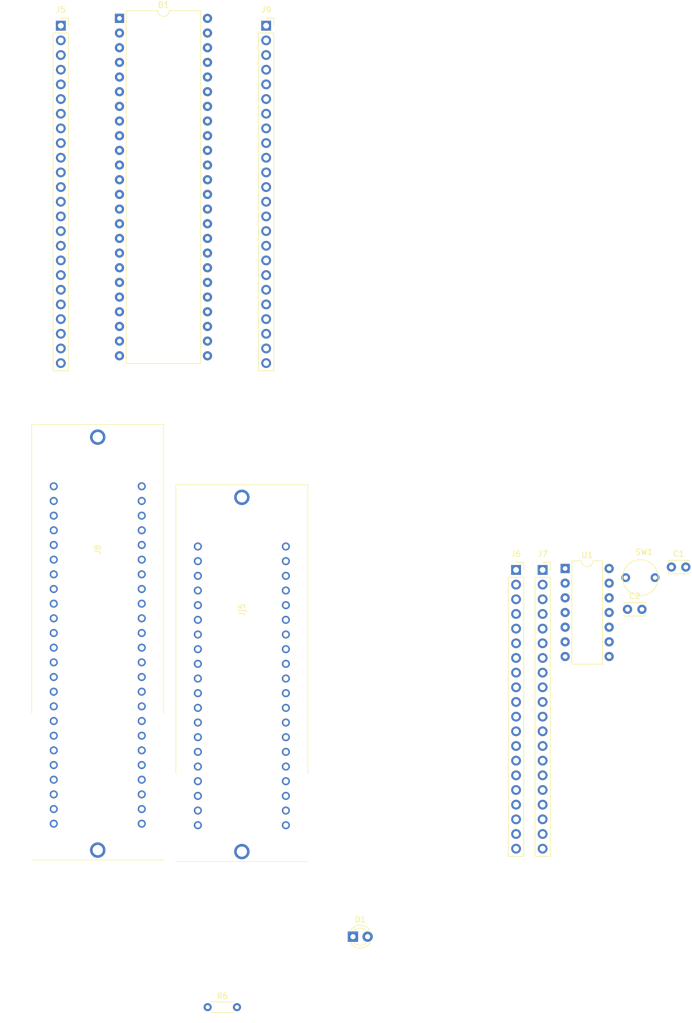
<source format=kicad_pcb>
(kicad_pcb (version 20211014) (generator pcbnew)
  (layers (0 "F.Cu" signal) (31 "B.Cu" signal) (34 "B.Paste" user) (35 "F.Paste" user) (36 "B.SilkS" user "B.Silkscreen") (37 "F.SilkS" user "F.Silkscreen") (38 "B.Mask" user) (39 "F.Mask" user) (44 "Edge.Cuts" user))
  (net 0 "")
  (net 1 "VCC")
  (net 2 "/PTB11")
  (net 3 "/PTB10")
  (net 4 "+3V3")
  (net 5 "/PTB19")
  (net 6 "/PTC2")
  (net 7 "/PTB18")
  (net 8 "/PTC1")
  (net 9 "/PTA16")
  (net 10 "/PTD6")
  (net 11 "/PTA15")
  (net 12 "/PTD5")
  (net 13 "/PTA14")
  (net 14 "/PTB2")
  (net 15 "/PTA5")
  (net 16 "/PTB3")
  (net 17 "/PTE26")
  (net 18 "/PTB1")
  (net 19 "/PTB0")
  (net 20 "/PTC7")
  (net 21 "/PTC0")
  (net 22 "/PTC6")
  (net 23 "/PTD1")
  (net 24 "/PTC4")
  (net 25 "/PTC5")
  (net 26 "/PTC3")
  (net 27 "GND")
  (net 28 "/PTD3")
  (net 29 "/PTD2")
  (net 30 "/PTD4")
  (net 31 "/PTA17")
  (net 32 "/PTD7")
  (net 33 "/PTC11")
  (net 34 "/PTA13")
  (net 35 "/PTC10")
  (net 36 "/PTA12")
  (net 37 "/PTC9")
  (net 38 "/PTD0")
  (net 39 "/PTC8")
  (net 40 "/PTB17")
  (net 41 "/PTE25")
  (net 42 "/PTB16")
  (net 43 "/PTE24")
  (net 44 "Net-(D1-Pad1)")
  (net 45 "Net-(J8-Pad27)")
  (net 46 "Net-(J8-Pad28)")
  (net 47 "Net-(J5-Pad53)")
  (net 48 "Net-(J5-Pad50)")
  (net 49 "Net-(J8-Pad25)")
  (net 50 "Net-(J8-Pad26)")
  (net 51 "Net-(J5-Pad52)")
  (net 52 "Net-(J5-Pad51)")
  (net 53 "Net-(J5-Pad36)")
  (net 54 "Net-(J8-Pad42)")
  (net 55 "Net-(J8-Pad37)")
  (net 56 "Net-(J8-Pad38)")
  (net 57 "Net-(J8-Pad41)")
  (net 58 "Net-(J5-Pad40)")
  (net 59 "Net-(J5-Pad38)")
  (net 60 "Net-(J5-Pad37)")
  (net 61 "Net-(J8-Pad39)")
  (net 62 "Net-(J5-Pad41)")
  (net 63 "Net-(J8-Pad40)")
  (net 64 "Net-(J5-Pad39)")
  (net 65 "Net-(J8-Pad48)")
  (net 66 "Net-(J8-Pad47)")
  (net 67 "Net-(J8-Pad46)")
  (net 68 "Net-(J8-Pad45)")
  (net 69 "Net-(J8-Pad44)")
  (net 70 "Net-(J8-Pad43)")
  (net 71 "Net-(J8-Pad36)")
  (net 72 "Net-(J8-Pad35)")
  (net 73 "Net-(J8-Pad34)")
  (net 74 "Net-(J8-Pad33)")
  (net 75 "Net-(J8-Pad32)")
  (net 76 "Net-(J8-Pad31)")
  (net 77 "Net-(J8-Pad30)")
  (net 78 "Net-(J8-Pad29)")
  (net 79 "Net-(J5-Pad30)")
  (net 80 "Net-(J5-Pad31)")
  (net 81 "Net-(J5-Pad32)")
  (net 82 "Net-(J5-Pad33)")
  (net 83 "Net-(J5-Pad34)")
  (net 84 "Net-(J5-Pad35)")
  (net 85 "Net-(J5-Pad42)")
  (net 86 "Net-(J5-Pad43)")
  (net 87 "Net-(J5-Pad44)")
  (net 88 "Net-(J5-Pad45)")
  (net 89 "Net-(J5-Pad46)")
  (net 90 "Net-(J5-Pad47)")
  (net 91 "Net-(J5-Pad48)")
  (net 92 "Net-(J5-Pad49)")
  (net 93 "Net-(J6-Pad40)")
  (net 94 "Net-(J7-Pad40)")
  (net 95 "Net-(J7-Pad45)")
  (net 96 "Net-(J7-Pad44)")
  (net 97 "Net-(J7-Pad41)")
  (net 98 "Net-(J6-Pad44)")
  (net 99 "Net-(J6-Pad42)")
  (net 100 "Net-(J6-Pad41)")
  (net 101 "Net-(J7-Pad43)")
  (net 102 "Net-(J6-Pad45)")
  (net 103 "Net-(J7-Pad42)")
  (net 104 "Net-(J6-Pad43)")
  (net 105 "Net-(J7-Pad34)")
  (net 106 "Net-(J7-Pad35)")
  (net 107 "Net-(J7-Pad36)")
  (net 108 "Net-(J7-Pad37)")
  (net 109 "Net-(J7-Pad38)")
  (net 110 "Net-(J7-Pad39)")
  (net 111 "Net-(J7-Pad46)")
  (net 112 "Net-(J7-Pad47)")
  (net 113 "Net-(J7-Pad48)")
  (net 114 "Net-(J7-Pad49)")
  (net 115 "Net-(J7-Pad50)")
  (net 116 "Net-(J7-Pad51)")
  (net 117 "Net-(J7-Pad52)")
  (net 118 "Net-(J7-Pad53)")
  (net 119 "Net-(J6-Pad34)")
  (net 120 "Net-(J6-Pad35)")
  (net 121 "Net-(J6-Pad36)")
  (net 122 "Net-(J6-Pad37)")
  (net 123 "Net-(J6-Pad38)")
  (net 124 "Net-(J6-Pad39)")
  (net 125 "Net-(J6-Pad46)")
  (net 126 "Net-(J6-Pad47)")
  (net 127 "Net-(J6-Pad48)")
  (net 128 "Net-(J6-Pad49)")
  (net 129 "Net-(J6-Pad50)")
  (net 130 "Net-(J6-Pad51)")
  (net 131 "Net-(J6-Pad52)")
  (net 132 "Net-(J6-Pad53)")
  (net 133 "Net-(J4-Pad58)")
  (net 134 "Net-(J3-Pad62)")
  (net 135 "Net-(J4-Pad59)")
  (net 136 "Net-(J3-Pad61)")
  (net 137 "Net-(J4-Pad60)")
  (net 138 "Net-(J3-Pad60)")
  (net 139 "Net-(J4-Pad61)")
  (net 140 "Net-(J3-Pad59)")
  (net 141 "Net-(J4-Pad62)")
  (net 142 "Net-(J3-Pad58)")
  (net 143 "Net-(J4-Pad63)")
  (net 144 "Net-(J3-Pad57)")
  (footprint "Package_DIP:DIP-48_W15.24mm" (layer "F.Cu") (at 123.86 2.69)
    (fp_text reference "B1" (at 7.62 -2.33) (layer "F.SilkS"))
    (fp_text value "Teensy3.5")
    (fp_line (start 14.08 59.75) (end 14.08 -1.33) (layer "F.SilkS") (width 0.12))
    (fp_line (start 1.16 -1.33) (end 1.16 59.75) (layer "F.SilkS") (width 0.12))
    (fp_line (start 1.16 59.75) (end 14.08 59.75) (layer "F.SilkS") (width 0.12))
    (fp_line (start 6.62 -1.33) (end 1.16 -1.33) (layer "F.SilkS") (width 0.12))
    (fp_line (start 14.08 -1.33) (end 8.62 -1.33) (layer "F.SilkS") (width 0.12))
    (fp_arc (start 8.62 -1.33) (mid 7.62 -0.33) (end 6.62 -1.33) (layer "F.SilkS") (width 0.12))
    (pad "1" thru_hole rect locked (at 0 0) (size 1.6 1.6) (drill 0.8) (layers *.Cu *.Mask) (net 27 "GND"))
    (pad "2" thru_hole oval locked (at 0 2.54) (size 1.6 1.6) (drill 0.8) (layers *.Cu *.Mask) (net 42 "/PTB16"))
    (pad "3" thru_hole oval locked (at 0 5.08) (size 1.6 1.6) (drill 0.8) (layers *.Cu *.Mask) (net 40 "/PTB17"))
    (pad "4" thru_hole oval locked (at 0 7.62) (size 1.6 1.6) (drill 0.8) (layers *.Cu *.Mask) (net 38 "/PTD0"))
    (pad "5" thru_hole oval locked (at 0 10.16) (size 1.6 1.6) (drill 0.8) (layers *.Cu *.Mask) (net 36 "/PTA12"))
    (pad "6" thru_hole oval locked (at 0 12.7) (size 1.6 1.6) (drill 0.8) (layers *.Cu *.Mask) (net 34 "/PTA13"))
    (pad "7" thru_hole oval locked (at 0 15.24) (size 1.6 1.6) (drill 0.8) (layers *.Cu *.Mask) (net 32 "/PTD7"))
    (pad "8" thru_hole oval locked (at 0 17.78) (size 1.6 1.6) (drill 0.8) (layers *.Cu *.Mask) (net 30 "/PTD4"))
    (pad "9" thru_hole oval locked (at 0 20.32) (size 1.6 1.6) (drill 0.8) (layers *.Cu *.Mask) (net 29 "/PTD2"))
    (pad "10" thru_hole oval locked (at 0 22.86) (size 1.6 1.6) (drill 0.8) (layers *.Cu *.Mask) (net 28 "/PTD3"))
    (pad "11" thru_hole oval locked (at 0 25.4) (size 1.6 1.6) (drill 0.8) (layers *.Cu *.Mask) (net 26 "/PTC3"))
    (pad "12" thru_hole oval locked (at 0 27.94) (size 1.6 1.6) (drill 0.8) (layers *.Cu *.Mask) (net 24 "/PTC4"))
    (pad "13" thru_hole oval locked (at 0 30.48) (size 1.6 1.6) (drill 0.8) (layers *.Cu *.Mask) (net 22 "/PTC6"))
    (pad "14" thru_hole oval locked (at 0 33.02) (size 1.6 1.6) (drill 0.8) (layers *.Cu *.Mask) (net 20 "/PTC7"))
    (pad "15" thru_hole oval locked (at 0 35.56) (size 1.6 1.6) (drill 0.8) (layers *.Cu *.Mask) (net 4 "+3V3"))
    (pad "16" thru_hole oval locked (at 0 38.1) (size 1.6 1.6) (drill 0.8) (layers *.Cu *.Mask) (net 17 "/PTE26"))
    (pad "17" thru_hole oval locked (at 0 40.64) (size 1.6 1.6) (drill 0.8) (layers *.Cu *.Mask) (net 15 "/PTA5"))
    (pad "18" thru_hole oval locked (at 0 43.18) (size 1.6 1.6) (drill 0.8) (layers *.Cu *.Mask) (net 13 "/PTA14"))
    (pad "19" thru_hole oval locked (at 0 45.72) (size 1.6 1.6) (drill 0.8) (layers *.Cu *.Mask) (net 11 "/PTA15"))
    (pad "20" thru_hole oval locked (at 0 48.26) (size 1.6 1.6) (drill 0.8) (layers *.Cu *.Mask) (net 9 "/PTA16"))
    (pad "21" thru_hole oval locked (at 0 50.8) (size 1.6 1.6) (drill 0.8) (layers *.Cu *.Mask) (net 7 "/PTB18"))
    (pad "22" thru_hole oval locked (at 0 53.34) (size 1.6 1.6) (drill 0.8) (layers *.Cu *.Mask) (net 5 "/PTB19"))
    (pad "23" thru_hole oval locked (at 0 55.88) (size 1.6 1.6) (drill 0.8) (layers *.Cu *.Mask) (net 3 "/PTB10"))
    (pad "24" thru_hole oval locked (at 0 58.42) (size 1.6 1.6) (drill 0.8) (layers *.Cu *.Mask) (net 2 "/PTB11"))
    (pad "25" thru_hole oval locked (at 15.24 58.42) (size 1.6 1.6) (drill 0.8) (layers *.Cu *.Mask) (net 43 "/PTE24"))
    (pad "26" thru_hole oval locked (at 15.24 55.88) (size 1.6 1.6) (drill 0.8) (layers *.Cu *.Mask) (net 41 "/PTE25"))
    (pad "27" thru_hole oval locked (at 15.24 53.34) (size 1.6 1.6) (drill 0.8) (layers *.Cu *.Mask) (net 39 "/PTC8"))
    (pad "28" thru_hole oval locked (at 15.24 50.8) (size 1.6 1.6) (drill 0.8) (layers *.Cu *.Mask) (net 37 "/PTC9"))
    (pad "29" thru_hole oval locked (at 15.24 48.26) (size 1.6 1.6) (drill 0.8) (layers *.Cu *.Mask) (net 35 "/PTC10"))
    (pad "30" thru_hole oval locked (at 15.24 45.72) (size 1.6 1.6) (drill 0.8) (layers *.Cu *.Mask) (net 33 "/PTC11"))
    (pad "31" thru_hole oval locked (at 15.24 43.18) (size 1.6 1.6) (drill 0.8) (layers *.Cu *.Mask) (net 31 "/PTA17"))
    (pad "32" thru_hole oval locked (at 15.24 40.64) (size 1.6 1.6) (drill 0.8) (layers *.Cu *.Mask) (net 27 "GND"))
    (pad "33" thru_hole oval locked (at 15.24 38.1) (size 1.6 1.6) (drill 0.8) (layers *.Cu *.Mask))
    (pad "34" thru_hole oval locked (at 15.24 35.56) (size 1.6 1.6) (drill 0.8) (layers *.Cu *.Mask) (net 27 "GND"))
    (pad "35" thru_hole oval locked (at 15.24 33.02) (size 1.6 1.6) (drill 0.8) (layers *.Cu *.Mask) (net 25 "/PTC5"))
    (pad "36" thru_hole oval locked (at 15.24 30.48) (size 1.6 1.6) (drill 0.8) (layers *.Cu *.Mask) (net 23 "/PTD1"))
    (pad "37" thru_hole oval locked (at 15.24 27.94) (size 1.6 1.6) (drill 0.8) (layers *.Cu *.Mask) (net 21 "/PTC0"))
    (pad "38" thru_hole oval locked (at 15.24 25.4) (size 1.6 1.6) (drill 0.8) (layers *.Cu *.Mask) (net 19 "/PTB0"))
    (pad "39" thru_hole oval locked (at 15.24 22.86) (size 1.6 1.6) (drill 0.8) (layers *.Cu *.Mask) (net 18 "/PTB1"))
    (pad "40" thru_hole oval locked (at 15.24 20.32) (size 1.6 1.6) (drill 0.8) (layers *.Cu *.Mask) (net 16 "/PTB3"))
    (pad "41" thru_hole oval locked (at 15.24 17.78) (size 1.6 1.6) (drill 0.8) (layers *.Cu *.Mask) (net 14 "/PTB2"))
    (pad "42" thru_hole oval locked (at 15.24 15.24) (size 1.6 1.6) (drill 0.8) (layers *.Cu *.Mask) (net 12 "/PTD5"))
    (pad "43" thru_hole oval locked (at 15.24 12.7) (size 1.6 1.6) (drill 0.8) (layers *.Cu *.Mask) (net 10 "/PTD6"))
    (pad "44" thru_hole oval locked (at 15.24 10.16) (size 1.6 1.6) (drill 0.8) (layers *.Cu *.Mask) (net 8 "/PTC1"))
    (pad "45" thru_hole oval locked (at 15.24 7.62) (size 1.6 1.6) (drill 0.8) (layers *.Cu *.Mask) (net 6 "/PTC2"))
    (pad "46" thru_hole oval locked (at 15.24 5.08) (size 1.6 1.6) (drill 0.8) (layers *.Cu *.Mask) (net 4 "+3V3"))
    (pad "47" thru_hole oval locked (at 15.24 2.54) (size 1.6 1.6) (drill 0.8) (layers *.Cu *.Mask))
    (pad "48" thru_hole oval locked (at 15.24 0) (size 1.6 1.6) (drill 0.8) (layers *.Cu *.Mask) (net 1 "VCC"))
  )
  (footprint "Capacitor_THT:C_Disc_D3.4mm_W2.1mm_P2.50mm" (layer "F.Cu") (at 219.44 97.69)
    (fp_text reference "C1" (at 1.25 -2.3) (layer "F.SilkS"))
    (fp_text value "0.1u")
    (fp_line (start -0.57 1.17) (end 3.07 1.17) (layer "F.SilkS") (width 0.12))
    (fp_line (start -0.57 -1.17) (end 3.07 -1.17) (layer "F.SilkS") (width 0.12))
    (fp_line (start -0.57 -1.17) (end -0.57 -0.925) (layer "F.SilkS") (width 0.12))
    (fp_line (start 3.07 0.925) (end 3.07 1.17) (layer "F.SilkS") (width 0.12))
    (fp_line (start -0.57 0.925) (end -0.57 1.17) (layer "F.SilkS") (width 0.12))
    (fp_line (start 3.07 -1.17) (end 3.07 -0.925) (layer "F.SilkS") (width 0.12))
    (pad "1" thru_hole circle locked (at 0 0) (size 1.6 1.6) (drill 0.8) (layers *.Cu *.Mask) (net 1 "VCC"))
    (pad "2" thru_hole circle locked (at 2.5 0) (size 1.6 1.6) (drill 0.8) (layers *.Cu *.Mask) (net 27 "GND"))
  )
  (footprint "Capacitor_THT:C_Disc_D3.4mm_W2.1mm_P2.50mm" (layer "F.Cu") (at 211.84 105.01)
    (fp_text reference "C2" (at 1.25 -2.3) (layer "F.SilkS"))
    (fp_text value "0.1u")
    (fp_line (start -0.57 1.17) (end 3.07 1.17) (layer "F.SilkS") (width 0.12))
    (fp_line (start -0.57 0.925) (end -0.57 1.17) (layer "F.SilkS") (width 0.12))
    (fp_line (start -0.57 -1.17) (end -0.57 -0.925) (layer "F.SilkS") (width 0.12))
    (fp_line (start 3.07 0.925) (end 3.07 1.17) (layer "F.SilkS") (width 0.12))
    (fp_line (start -0.57 -1.17) (end 3.07 -1.17) (layer "F.SilkS") (width 0.12))
    (fp_line (start 3.07 -1.17) (end 3.07 -0.925) (layer "F.SilkS") (width 0.12))
    (pad "1" thru_hole circle locked (at 0 0) (size 1.6 1.6) (drill 0.8) (layers *.Cu *.Mask) (net 1 "VCC"))
    (pad "2" thru_hole circle locked (at 2.5 0) (size 1.6 1.6) (drill 0.8) (layers *.Cu *.Mask) (net 27 "GND"))
  )
  (footprint "LED_THT:LED_D3.0mm" (layer "F.Cu") (at 164.29 161.69)
    (fp_text reference "D1" (at 1.27 -2.96) (layer "F.SilkS"))
    (fp_text value "OSYL3131P")
    (fp_line (start -0.29 1.08) (end -0.29 1.236) (layer "F.SilkS") (width 0.12))
    (fp_line (start -0.29 -1.236) (end -0.29 -1.08) (layer "F.SilkS") (width 0.12))
    (fp_arc (start 2.942335 1.078608) (mid 1.366487 1.987659) (end -0.29 1.235516) (layer "F.SilkS") (width 0.12))
    (fp_arc (start -0.29 -1.235516) (mid 1.366487 -1.987659) (end 2.942335 -1.078608) (layer "F.SilkS") (width 0.12))
    (fp_arc (start 2.31113 1.079837) (mid 1.270117 1.5) (end 0.229039 1.08) (layer "F.SilkS") (width 0.12))
    (fp_arc (start 0.229039 -1.08) (mid 1.270117 -1.5) (end 2.31113 -1.079837) (layer "F.SilkS") (width 0.12))
    (pad "1" thru_hole rect locked (at 0 0) (size 1.8 1.8) (drill 0.9) (layers *.Cu *.Mask) (net 44 "Net-(D1-Pad1)"))
    (pad "2" thru_hole circle locked (at 2.54 0) (size 1.8 1.8) (drill 0.9) (layers *.Cu *.Mask) (net 1 "VCC"))
  )
  (footprint "Connector_PinSocket_2.54mm:PinSocket_1x24_P2.54mm_Vertical" (layer "F.Cu") (at 113.7 3.96)
    (fp_text reference "J5" (at 0 -2.77) (layer "F.SilkS"))
    (fp_text value "Conn_01x24_T1-T24_30_53")
    (fp_line (start -1.33 59.75) (end 1.33 59.75) (layer "F.SilkS") (width 0.12))
    (fp_line (start -1.33 1.27) (end -1.33 59.75) (layer "F.SilkS") (width 0.12))
    (fp_line (start 1.33 -1.33) (end 1.33 0) (layer "F.SilkS") (width 0.12))
    (fp_line (start 1.33 1.27) (end 1.33 59.75) (layer "F.SilkS") (width 0.12))
    (fp_line (start -1.33 1.27) (end 1.33 1.27) (layer "F.SilkS") (width 0.12))
    (fp_line (start 0 -1.33) (end 1.33 -1.33) (layer "F.SilkS") (width 0.12))
    (pad "1" thru_hole rect locked (at 0 0) (size 1.7 1.7) (drill 1) (layers *.Cu *.Mask))
    (pad "2" thru_hole oval locked (at 0 2.54) (size 1.7 1.7) (drill 1) (layers *.Cu *.Mask))
    (pad "3" thru_hole oval locked (at 0 5.08) (size 1.7 1.7) (drill 1) (layers *.Cu *.Mask))
    (pad "4" thru_hole oval locked (at 0 7.62) (size 1.7 1.7) (drill 1) (layers *.Cu *.Mask))
    (pad "5" thru_hole oval locked (at 0 10.16) (size 1.7 1.7) (drill 1) (layers *.Cu *.Mask))
    (pad "6" thru_hole oval locked (at 0 12.7) (size 1.7 1.7) (drill 1) (layers *.Cu *.Mask))
    (pad "7" thru_hole oval locked (at 0 15.24) (size 1.7 1.7) (drill 1) (layers *.Cu *.Mask))
    (pad "8" thru_hole oval locked (at 0 17.78) (size 1.7 1.7) (drill 1) (layers *.Cu *.Mask))
    (pad "9" thru_hole oval locked (at 0 20.32) (size 1.7 1.7) (drill 1) (layers *.Cu *.Mask))
    (pad "10" thru_hole oval locked (at 0 22.86) (size 1.7 1.7) (drill 1) (layers *.Cu *.Mask))
    (pad "11" thru_hole oval locked (at 0 25.4) (size 1.7 1.7) (drill 1) (layers *.Cu *.Mask))
    (pad "12" thru_hole oval locked (at 0 27.94) (size 1.7 1.7) (drill 1) (layers *.Cu *.Mask))
    (pad "13" thru_hole oval locked (at 0 30.48) (size 1.7 1.7) (drill 1) (layers *.Cu *.Mask))
    (pad "14" thru_hole oval locked (at 0 33.02) (size 1.7 1.7) (drill 1) (layers *.Cu *.Mask))
    (pad "15" thru_hole oval locked (at 0 35.56) (size 1.7 1.7) (drill 1) (layers *.Cu *.Mask))
    (pad "16" thru_hole oval locked (at 0 38.1) (size 1.7 1.7) (drill 1) (layers *.Cu *.Mask))
    (pad "17" thru_hole oval locked (at 0 40.64) (size 1.7 1.7) (drill 1) (layers *.Cu *.Mask))
    (pad "18" thru_hole oval locked (at 0 43.18) (size 1.7 1.7) (drill 1) (layers *.Cu *.Mask))
    (pad "19" thru_hole oval locked (at 0 45.72) (size 1.7 1.7) (drill 1) (layers *.Cu *.Mask))
    (pad "20" thru_hole oval locked (at 0 48.26) (size 1.7 1.7) (drill 1) (layers *.Cu *.Mask))
    (pad "21" thru_hole oval locked (at 0 50.8) (size 1.7 1.7) (drill 1) (layers *.Cu *.Mask))
    (pad "22" thru_hole oval locked (at 0 53.34) (size 1.7 1.7) (drill 1) (layers *.Cu *.Mask))
    (pad "23" thru_hole oval locked (at 0 55.88) (size 1.7 1.7) (drill 1) (layers *.Cu *.Mask))
    (pad "24" thru_hole oval locked (at 0 58.42) (size 1.7 1.7) (drill 1) (layers *.Cu *.Mask))
  )
  (footprint "Connector_PinSocket_2.54mm:PinSocket_1x20_P2.54mm_Vertical" (layer "F.Cu") (at 192.54 98.19)
    (fp_text reference "J6" (at 0 -2.77) (layer "F.SilkS"))
    (fp_text value "Conn_01x20_T1-T20_34_53")
    (fp_line (start -1.33 1.27) (end 1.33 1.27) (layer "F.SilkS") (width 0.12))
    (fp_line (start 1.33 -1.33) (end 1.33 0) (layer "F.SilkS") (width 0.12))
    (fp_line (start 0 -1.33) (end 1.33 -1.33) (layer "F.SilkS") (width 0.12))
    (fp_line (start -1.33 49.59) (end 1.33 49.59) (layer "F.SilkS") (width 0.12))
    (fp_line (start 1.33 1.27) (end 1.33 49.59) (layer "F.SilkS") (width 0.12))
    (fp_line (start -1.33 1.27) (end -1.33 49.59) (layer "F.SilkS") (width 0.12))
    (pad "1" thru_hole rect locked (at 0 0) (size 1.7 1.7) (drill 1) (layers *.Cu *.Mask))
    (pad "2" thru_hole oval locked (at 0 2.54) (size 1.7 1.7) (drill 1) (layers *.Cu *.Mask))
    (pad "3" thru_hole oval locked (at 0 5.08) (size 1.7 1.7) (drill 1) (layers *.Cu *.Mask))
    (pad "4" thru_hole oval locked (at 0 7.62) (size 1.7 1.7) (drill 1) (layers *.Cu *.Mask))
    (pad "5" thru_hole oval locked (at 0 10.16) (size 1.7 1.7) (drill 1) (layers *.Cu *.Mask))
    (pad "6" thru_hole oval locked (at 0 12.7) (size 1.7 1.7) (drill 1) (layers *.Cu *.Mask))
    (pad "7" thru_hole oval locked (at 0 15.24) (size 1.7 1.7) (drill 1) (layers *.Cu *.Mask))
    (pad "8" thru_hole oval locked (at 0 17.78) (size 1.7 1.7) (drill 1) (layers *.Cu *.Mask))
    (pad "9" thru_hole oval locked (at 0 20.32) (size 1.7 1.7) (drill 1) (layers *.Cu *.Mask))
    (pad "10" thru_hole oval locked (at 0 22.86) (size 1.7 1.7) (drill 1) (layers *.Cu *.Mask))
    (pad "11" thru_hole oval locked (at 0 25.4) (size 1.7 1.7) (drill 1) (layers *.Cu *.Mask))
    (pad "12" thru_hole oval locked (at 0 27.94) (size 1.7 1.7) (drill 1) (layers *.Cu *.Mask))
    (pad "13" thru_hole oval locked (at 0 30.48) (size 1.7 1.7) (drill 1) (layers *.Cu *.Mask))
    (pad "14" thru_hole oval locked (at 0 33.02) (size 1.7 1.7) (drill 1) (layers *.Cu *.Mask))
    (pad "15" thru_hole oval locked (at 0 35.56) (size 1.7 1.7) (drill 1) (layers *.Cu *.Mask))
    (pad "16" thru_hole oval locked (at 0 38.1) (size 1.7 1.7) (drill 1) (layers *.Cu *.Mask))
    (pad "17" thru_hole oval locked (at 0 40.64) (size 1.7 1.7) (drill 1) (layers *.Cu *.Mask))
    (pad "18" thru_hole oval locked (at 0 43.18) (size 1.7 1.7) (drill 1) (layers *.Cu *.Mask))
    (pad "19" thru_hole oval locked (at 0 45.72) (size 1.7 1.7) (drill 1) (layers *.Cu *.Mask))
    (pad "20" thru_hole oval locked (at 0 48.26) (size 1.7 1.7) (drill 1) (layers *.Cu *.Mask))
  )
  (footprint "Connector_PinSocket_2.54mm:PinSocket_1x20_P2.54mm_Vertical" (layer "F.Cu") (at 197.14 98.19)
    (fp_text reference "J7" (at 0 -2.77) (layer "F.SilkS"))
    (fp_text value "Conn_01x20_T21-T40_34_53")
    (fp_line (start -1.33 1.27) (end 1.33 1.27) (layer "F.SilkS") (width 0.12))
    (fp_line (start -1.33 49.59) (end 1.33 49.59) (layer "F.SilkS") (width 0.12))
    (fp_line (start 1.33 1.27) (end 1.33 49.59) (layer "F.SilkS") (width 0.12))
    (fp_line (start 1.33 -1.33) (end 1.33 0) (layer "F.SilkS") (width 0.12))
    (fp_line (start 0 -1.33) (end 1.33 -1.33) (layer "F.SilkS") (width 0.12))
    (fp_line (start -1.33 1.27) (end -1.33 49.59) (layer "F.SilkS") (width 0.12))
    (pad "1" thru_hole rect locked (at 0 0) (size 1.7 1.7) (drill 1) (layers *.Cu *.Mask))
    (pad "2" thru_hole oval locked (at 0 2.54) (size 1.7 1.7) (drill 1) (layers *.Cu *.Mask))
    (pad "3" thru_hole oval locked (at 0 5.08) (size 1.7 1.7) (drill 1) (layers *.Cu *.Mask))
    (pad "4" thru_hole oval locked (at 0 7.62) (size 1.7 1.7) (drill 1) (layers *.Cu *.Mask))
    (pad "5" thru_hole oval locked (at 0 10.16) (size 1.7 1.7) (drill 1) (layers *.Cu *.Mask))
    (pad "6" thru_hole oval locked (at 0 12.7) (size 1.7 1.7) (drill 1) (layers *.Cu *.Mask))
    (pad "7" thru_hole oval locked (at 0 15.24) (size 1.7 1.7) (drill 1) (layers *.Cu *.Mask))
    (pad "8" thru_hole oval locked (at 0 17.78) (size 1.7 1.7) (drill 1) (layers *.Cu *.Mask))
    (pad "9" thru_hole oval locked (at 0 20.32) (size 1.7 1.7) (drill 1) (layers *.Cu *.Mask))
    (pad "10" thru_hole oval locked (at 0 22.86) (size 1.7 1.7) (drill 1) (layers *.Cu *.Mask))
    (pad "11" thru_hole oval locked (at 0 25.4) (size 1.7 1.7) (drill 1) (layers *.Cu *.Mask))
    (pad "12" thru_hole oval locked (at 0 27.94) (size 1.7 1.7) (drill 1) (layers *.Cu *.Mask))
    (pad "13" thru_hole oval locked (at 0 30.48) (size 1.7 1.7) (drill 1) (layers *.Cu *.Mask))
    (pad "14" thru_hole oval locked (at 0 33.02) (size 1.7 1.7) (drill 1) (layers *.Cu *.Mask))
    (pad "15" thru_hole oval locked (at 0 35.56) (size 1.7 1.7) (drill 1) (layers *.Cu *.Mask))
    (pad "16" thru_hole oval locked (at 0 38.1) (size 1.7 1.7) (drill 1) (layers *.Cu *.Mask))
    (pad "17" thru_hole oval locked (at 0 40.64) (size 1.7 1.7) (drill 1) (layers *.Cu *.Mask))
    (pad "18" thru_hole oval locked (at 0 43.18) (size 1.7 1.7) (drill 1) (layers *.Cu *.Mask))
    (pad "19" thru_hole oval locked (at 0 45.72) (size 1.7 1.7) (drill 1) (layers *.Cu *.Mask))
    (pad "20" thru_hole oval locked (at 0 48.26) (size 1.7 1.7) (drill 1) (layers *.Cu *.Mask))
  )
  (footprint "Connector_PinSocket_2.54mm:PinSocket_1x24_P2.54mm_Vertical" (layer "F.Cu") (at 149.26 3.96)
    (fp_text reference "J9" (at 0 -2.77) (layer "F.SilkS"))
    (fp_text value "Conn_01x24_T25-T48_30_53")
    (fp_line (start -1.33 59.75) (end 1.33 59.75) (layer "F.SilkS") (width 0.12))
    (fp_line (start 1.33 1.27) (end 1.33 59.75) (layer "F.SilkS") (width 0.12))
    (fp_line (start -1.33 1.27) (end 1.33 1.27) (layer "F.SilkS") (width 0.12))
    (fp_line (start 0 -1.33) (end 1.33 -1.33) (layer "F.SilkS") (width 0.12))
    (fp_line (start 1.33 -1.33) (end 1.33 0) (layer "F.SilkS") (width 0.12))
    (fp_line (start -1.33 1.27) (end -1.33 59.75) (layer "F.SilkS") (width 0.12))
    (pad "1" thru_hole rect locked (at 0 0) (size 1.7 1.7) (drill 1) (layers *.Cu *.Mask))
    (pad "2" thru_hole oval locked (at 0 2.54) (size 1.7 1.7) (drill 1) (layers *.Cu *.Mask))
    (pad "3" thru_hole oval locked (at 0 5.08) (size 1.7 1.7) (drill 1) (layers *.Cu *.Mask))
    (pad "4" thru_hole oval locked (at 0 7.62) (size 1.7 1.7) (drill 1) (layers *.Cu *.Mask))
    (pad "5" thru_hole oval locked (at 0 10.16) (size 1.7 1.7) (drill 1) (layers *.Cu *.Mask))
    (pad "6" thru_hole oval locked (at 0 12.7) (size 1.7 1.7) (drill 1) (layers *.Cu *.Mask))
    (pad "7" thru_hole oval locked (at 0 15.24) (size 1.7 1.7) (drill 1) (layers *.Cu *.Mask))
    (pad "8" thru_hole oval locked (at 0 17.78) (size 1.7 1.7) (drill 1) (layers *.Cu *.Mask))
    (pad "9" thru_hole oval locked (at 0 20.32) (size 1.7 1.7) (drill 1) (layers *.Cu *.Mask))
    (pad "10" thru_hole oval locked (at 0 22.86) (size 1.7 1.7) (drill 1) (layers *.Cu *.Mask))
    (pad "11" thru_hole oval locked (at 0 25.4) (size 1.7 1.7) (drill 1) (layers *.Cu *.Mask))
    (pad "12" thru_hole oval locked (at 0 27.94) (size 1.7 1.7) (drill 1) (layers *.Cu *.Mask))
    (pad "13" thru_hole oval locked (at 0 30.48) (size 1.7 1.7) (drill 1) (layers *.Cu *.Mask))
    (pad "14" thru_hole oval locked (at 0 33.02) (size 1.7 1.7) (drill 1) (layers *.Cu *.Mask))
    (pad "15" thru_hole oval locked (at 0 35.56) (size 1.7 1.7) (drill 1) (layers *.Cu *.Mask))
    (pad "16" thru_hole oval locked (at 0 38.1) (size 1.7 1.7) (drill 1) (layers *.Cu *.Mask))
    (pad "17" thru_hole oval locked (at 0 40.64) (size 1.7 1.7) (drill 1) (layers *.Cu *.Mask))
    (pad "18" thru_hole oval locked (at 0 43.18) (size 1.7 1.7) (drill 1) (layers *.Cu *.Mask))
    (pad "19" thru_hole oval locked (at 0 45.72) (size 1.7 1.7) (drill 1) (layers *.Cu *.Mask))
    (pad "20" thru_hole oval locked (at 0 48.26) (size 1.7 1.7) (drill 1) (layers *.Cu *.Mask))
    (pad "21" thru_hole oval locked (at 0 50.8) (size 1.7 1.7) (drill 1) (layers *.Cu *.Mask))
    (pad "22" thru_hole oval locked (at 0 53.34) (size 1.7 1.7) (drill 1) (layers *.Cu *.Mask))
    (pad "23" thru_hole oval locked (at 0 55.88) (size 1.7 1.7) (drill 1) (layers *.Cu *.Mask))
    (pad "24" thru_hole oval locked (at 0 58.42) (size 1.7 1.7) (drill 1) (layers *.Cu *.Mask))
  )
  (footprint "Resistor_THT:R_Axial_DIN0204_L3.6mm_D1.6mm_P5.08mm_Horizontal" (layer "F.Cu") (at 139.13 173.89)
    (fp_text reference "R6" (at 2.54 -1.92) (layer "F.SilkS"))
    (fp_text value "560")
    (fp_line (start 0.62 -0.92) (end 4.46 -0.92) (layer "F.SilkS") (width 0.12))
    (fp_line (start 0.62 0.92) (end 4.46 0.92) (layer "F.SilkS") (width 0.12))
    (pad "1" thru_hole circle locked (at 0 0) (size 1.4 1.4) (drill 0.7) (layers *.Cu *.Mask) (net 44 "Net-(D1-Pad1)"))
    (pad "2" thru_hole oval locked (at 5.08 0) (size 1.4 1.4) (drill 0.7) (layers *.Cu *.Mask) (net 2 "/PTB11"))
  )
  (footprint "0-LocalLibrary:Tact_SW_6x6mm" (layer "F.Cu") (at 214.066999 99.525)
    (fp_text reference "SW1" (at 0.635 -4.445) (layer "F.SilkS"))
    (fp_text value "Tact_SW")
    (fp_circle (center 0 0) (end 3.1 0) (layer "F.SilkS") (width 0.12) (fill none))
    (pad "1" thru_hole circle locked (at -2.54 0) (size 1.524 1.524) (drill 0.762) (layers *.Cu *.Mask) (net 3 "/PTB10"))
    (pad "2" thru_hole circle locked (at 2.54 0) (size 1.524 1.524) (drill 0.762) (layers *.Cu *.Mask) (net 27 "GND"))
  )
  (footprint "Package_DIP:DIP-14_W7.62mm" (layer "F.Cu") (at 201.04 97.94)
    (fp_text reference "U1" (at 3.81 -2.33) (layer "F.SilkS"))
    (fp_text value "74HCT126")
    (fp_line (start 6.46 -1.33) (end 4.81 -1.33) (layer "F.SilkS") (width 0.12))
    (fp_line (start 2.81 -1.33) (end 1.16 -1.33) (layer "F.SilkS") (width 0.12))
    (fp_line (start 1.16 -1.33) (end 1.16 16.57) (layer "F.SilkS") (width 0.12))
    (fp_line (start 6.46 16.57) (end 6.46 -1.33) (layer "F.SilkS") (width 0.12))
    (fp_line (start 1.16 16.57) (end 6.46 16.57) (layer "F.SilkS") (width 0.12))
    (fp_arc (start 4.81 -1.33) (mid 3.81 -0.33) (end 2.81 -1.33) (layer "F.SilkS") (width 0.12))
    (pad "1" thru_hole rect locked (at 0 0) (size 1.6 1.6) (drill 0.8) (layers *.Cu *.Mask) (net 144 "Net-(J3-Pad57)"))
    (pad "2" thru_hole oval locked (at 0 2.54) (size 1.6 1.6) (drill 0.8) (layers *.Cu *.Mask) (net 142 "Net-(J3-Pad58)"))
    (pad "3" thru_hole oval locked (at 0 5.08) (size 1.6 1.6) (drill 0.8) (layers *.Cu *.Mask) (net 140 "Net-(J3-Pad59)"))
    (pad "4" thru_hole oval locked (at 0 7.62) (size 1.6 1.6) (drill 0.8) (layers *.Cu *.Mask) (net 138 "Net-(J3-Pad60)"))
    (pad "5" thru_hole oval locked (at 0 10.16) (size 1.6 1.6) (drill 0.8) (layers *.Cu *.Mask) (net 136 "Net-(J3-Pad61)"))
    (pad "6" thru_hole oval locked (at 0 12.7) (size 1.6 1.6) (drill 0.8) (layers *.Cu *.Mask) (net 134 "Net-(J3-Pad62)"))
    (pad "7" thru_hole oval locked (at 0 15.24) (size 1.6 1.6) (drill 0.8) (layers *.Cu *.Mask) (net 27 "GND"))
    (pad "8" thru_hole oval locked (at 7.62 15.24) (size 1.6 1.6) (drill 0.8) (layers *.Cu *.Mask) (net 143 "Net-(J4-Pad63)"))
    (pad "9" thru_hole oval locked (at 7.62 12.7) (size 1.6 1.6) (drill 0.8) (layers *.Cu *.Mask) (net 141 "Net-(J4-Pad62)"))
    (pad "10" thru_hole oval locked (at 7.62 10.16) (size 1.6 1.6) (drill 0.8) (layers *.Cu *.Mask) (net 139 "Net-(J4-Pad61)"))
    (pad "11" thru_hole oval locked (at 7.62 7.62) (size 1.6 1.6) (drill 0.8) (layers *.Cu *.Mask) (net 137 "Net-(J4-Pad60)"))
    (pad "12" thru_hole oval locked (at 7.62 5.08) (size 1.6 1.6) (drill 0.8) (layers *.Cu *.Mask) (net 135 "Net-(J4-Pad59)"))
    (pad "13" thru_hole oval locked (at 7.62 2.54) (size 1.6 1.6) (drill 0.8) (layers *.Cu *.Mask) (net 133 "Net-(J4-Pad58)"))
    (pad "14" thru_hole oval locked (at 7.62 0) (size 1.6 1.6) (drill 0.8) (layers *.Cu *.Mask) (net 1 "VCC"))
  )
  (footprint "0-LocalLibrary:Aries_ZIF_socket_DIP-40-pin" (layer "F.Cu") (at 145.055 108.1)
    (fp_text reference "Jj5" (at 0 -2.985 90) (layer "F.SilkS"))
    (fp_text value "ZIF_Socket_40pin" hide)
    (fp_line (start 11.43 40.57) (end -11.43 40.57) (layer "F.SilkS") (width 0.1))
    (fp_line (start -11.43 25.33) (end -11.43 -24.69) (layer "F.SilkS") (width 0.1))
    (fp_line (start 11.43 -24.69) (end 11.43 25.33) (layer "F.SilkS") (width 0.1))
    (fp_line (start -11.43 -24.69) (end 11.43 -24.69) (layer "F.SilkS") (width 0.1))
    (pad "1" thru_hole circle locked (at -7.62 -13.97 90) (size 1.403 1.403) (drill 0.8636) (layers *.Cu *.Mask) (net 119 "Net-(J6-Pad34)"))
    (pad "2" thru_hole circle locked (at -7.62 -11.43 90) (size 1.403 1.403) (drill 0.8636) (layers *.Cu *.Mask) (net 120 "Net-(J6-Pad35)"))
    (pad "3" thru_hole circle locked (at -7.62 -8.89 90) (size 1.403 1.403) (drill 0.8636) (layers *.Cu *.Mask) (net 121 "Net-(J6-Pad36)"))
    (pad "4" thru_hole circle locked (at -7.62 -6.35 90) (size 1.403 1.403) (drill 0.8636) (layers *.Cu *.Mask) (net 122 "Net-(J6-Pad37)"))
    (pad "5" thru_hole circle locked (at -7.62 -3.81 90) (size 1.403 1.403) (drill 0.8636) (layers *.Cu *.Mask) (net 123 "Net-(J6-Pad38)"))
    (pad "6" thru_hole circle locked (at -7.62 -1.27 90) (size 1.403 1.403) (drill 0.8636) (layers *.Cu *.Mask) (net 124 "Net-(J6-Pad39)"))
    (pad "7" thru_hole circle locked (at -7.62 1.27 90) (size 1.403 1.403) (drill 0.8636) (layers *.Cu *.Mask) (net 93 "Net-(J6-Pad40)"))
    (pad "8" thru_hole circle locked (at -7.62 3.81 90) (size 1.403 1.403) (drill 0.8636) (layers *.Cu *.Mask) (net 100 "Net-(J6-Pad41)"))
    (pad "9" thru_hole circle locked (at -7.62 6.35 90) (size 1.403 1.403) (drill 0.8636) (layers *.Cu *.Mask) (net 99 "Net-(J6-Pad42)"))
    (pad "10" thru_hole circle locked (at -7.62 8.89 90) (size 1.403 1.403) (drill 0.8636) (layers *.Cu *.Mask) (net 104 "Net-(J6-Pad43)"))
    (pad "11" thru_hole circle locked (at -7.62 11.43 90) (size 1.403 1.403) (drill 0.8636) (layers *.Cu *.Mask) (net 98 "Net-(J6-Pad44)"))
    (pad "12" thru_hole circle locked (at -7.62 13.97 90) (size 1.403 1.403) (drill 0.8636) (layers *.Cu *.Mask) (net 102 "Net-(J6-Pad45)"))
    (pad "13" thru_hole circle locked (at -7.62 16.51 90) (size 1.403 1.403) (drill 0.8636) (layers *.Cu *.Mask) (net 125 "Net-(J6-Pad46)"))
    (pad "14" thru_hole circle locked (at -7.62 19.05 90) (size 1.403 1.403) (drill 0.8636) (layers *.Cu *.Mask) (net 126 "Net-(J6-Pad47)"))
    (pad "15" thru_hole circle locked (at -7.62 21.59 90) (size 1.403 1.403) (drill 0.8636) (layers *.Cu *.Mask) (net 127 "Net-(J6-Pad48)"))
    (pad "16" thru_hole circle locked (at -7.62 24.13 90) (size 1.403 1.403) (drill 0.8636) (layers *.Cu *.Mask) (net 128 "Net-(J6-Pad49)"))
    (pad "17" thru_hole circle locked (at -7.62 26.67 90) (size 1.403 1.403) (drill 0.8636) (layers *.Cu *.Mask) (net 129 "Net-(J6-Pad50)"))
    (pad "18" thru_hole circle locked (at -7.62 29.21 90) (size 1.403 1.403) (drill 0.8636) (layers *.Cu *.Mask) (net 130 "Net-(J6-Pad51)"))
    (pad "19" thru_hole circle locked (at -7.62 31.75 90) (size 1.403 1.403) (drill 0.8636) (layers *.Cu *.Mask) (net 131 "Net-(J6-Pad52)"))
    (pad "20" thru_hole circle locked (at -7.62 34.29 90) (size 1.403 1.403) (drill 0.8636) (layers *.Cu *.Mask) (net 132 "Net-(J6-Pad53)"))
    (pad "21" thru_hole circle locked (at 7.62 34.29 90) (size 1.403 1.403) (drill 0.8636) (layers *.Cu *.Mask) (net 118 "Net-(J7-Pad53)"))
    (pad "22" thru_hole circle locked (at 7.62 31.75 90) (size 1.403 1.403) (drill 0.8636) (layers *.Cu *.Mask) (net 117 "Net-(J7-Pad52)"))
    (pad "23" thru_hole circle locked (at 7.62 29.21 90) (size 1.403 1.403) (drill 0.8636) (layers *.Cu *.Mask) (net 116 "Net-(J7-Pad51)"))
    (pad "24" thru_hole circle locked (at 7.62 26.67 90) (size 1.403 1.403) (drill 0.8636) (layers *.Cu *.Mask) (net 115 "Net-(J7-Pad50)"))
    (pad "25" thru_hole circle locked (at 7.62 24.13 90) (size 1.403 1.403) (drill 0.8636) (layers *.Cu *.Mask) (net 114 "Net-(J7-Pad49)"))
    (pad "26" thru_hole circle locked (at 7.62 21.59 90) (size 1.403 1.403) (drill 0.8636) (layers *.Cu *.Mask) (net 113 "Net-(J7-Pad48)"))
    (pad "27" thru_hole circle locked (at 7.62 19.05 90) (size 1.403 1.403) (drill 0.8636) (layers *.Cu *.Mask) (net 112 "Net-(J7-Pad47)"))
    (pad "28" thru_hole circle locked (at 7.62 16.51 90) (size 1.403 1.403) (drill 0.8636) (layers *.Cu *.Mask) (net 111 "Net-(J7-Pad46)"))
    (pad "29" thru_hole circle locked (at 7.62 13.97 90) (size 1.403 1.403) (drill 0.8636) (layers *.Cu *.Mask) (net 95 "Net-(J7-Pad45)"))
    (pad "30" thru_hole circle locked (at 7.62 11.43 90) (size 1.403 1.403) (drill 0.8636) (layers *.Cu *.Mask) (net 96 "Net-(J7-Pad44)"))
    (pad "31" thru_hole circle locked (at 7.62 8.89 90) (size 1.403 1.403) (drill 0.8636) (layers *.Cu *.Mask) (net 101 "Net-(J7-Pad43)"))
    (pad "32" thru_hole circle locked (at 7.62 6.35 90) (size 1.403 1.403) (drill 0.8636) (layers *.Cu *.Mask) (net 103 "Net-(J7-Pad42)"))
    (pad "33" thru_hole circle locked (at 7.62 3.81 90) (size 1.403 1.403) (drill 0.8636) (layers *.Cu *.Mask) (net 97 "Net-(J7-Pad41)"))
    (pad "34" thru_hole circle locked (at 7.62 1.27 90) (size 1.403 1.403) (drill 0.8636) (layers *.Cu *.Mask) (net 94 "Net-(J7-Pad40)"))
    (pad "35" thru_hole circle locked (at 7.62 -1.27 90) (size 1.403 1.403) (drill 0.8636) (layers *.Cu *.Mask) (net 110 "Net-(J7-Pad39)"))
    (pad "36" thru_hole circle locked (at 7.62 -3.81 90) (size 1.403 1.403) (drill 0.8636) (layers *.Cu *.Mask) (net 109 "Net-(J7-Pad38)"))
    (pad "37" thru_hole circle locked (at 7.62 -6.35 90) (size 1.403 1.403) (drill 0.8636) (layers *.Cu *.Mask) (net 108 "Net-(J7-Pad37)"))
    (pad "38" thru_hole circle locked (at 7.62 -8.89 90) (size 1.403 1.403) (drill 0.8636) (layers *.Cu *.Mask) (net 107 "Net-(J7-Pad36)"))
    (pad "39" thru_hole circle locked (at 7.62 -11.43 90) (size 1.403 1.403) (drill 0.8636) (layers *.Cu *.Mask) (net 106 "Net-(J7-Pad35)"))
    (pad "40" thru_hole circle locked (at 7.62 -13.97 90) (size 1.403 1.403) (drill 0.8636) (layers *.Cu *.Mask) (net 105 "Net-(J7-Pad34)"))
    (pad "MH1" thru_hole circle locked (at 0 38.86 90) (size 2.67 2.67) (drill 1.78) (layers *.Cu *.Mask))
    (pad "MH2" thru_hole circle locked (at 0 -22.48 90) (size 2.67 2.67) (drill 1.78) (layers *.Cu *.Mask))
  )
  (footprint "0-LocalLibrary:Aries_ZIF_socket_DIP-48-pin" (layer "F.Cu") (at 120.095 97.68)
    (fp_text reference "J8" (at 0 -2.985 90) (layer "F.SilkS"))
    (fp_text value "ZIF_Socket_48pin" hide)
    (fp_line (start 11.43 -24.69) (end 11.43 25.33) (layer "F.SilkS") (width 0.1))
    (fp_line (start 11.43 50.73) (end -11.43 50.73) (layer "F.SilkS") (width 0.1))
    (fp_line (start -11.43 -24.69) (end 11.43 -24.69) (layer "F.SilkS") (width 0.1))
    (fp_line (start -11.43 25.33) (end -11.43 -24.69) (layer "F.SilkS") (width 0.1))
    (pad "1" thru_hole circle locked (at -7.62 -13.97 90) (size 1.403 1.403) (drill 0.8636) (layers *.Cu *.Mask) (net 79 "Net-(J5-Pad30)"))
    (pad "2" thru_hole circle locked (at -7.62 -11.43 90) (size 1.403 1.403) (drill 0.8636) (layers *.Cu *.Mask) (net 80 "Net-(J5-Pad31)"))
    (pad "3" thru_hole circle locked (at -7.62 -8.89 90) (size 1.403 1.403) (drill 0.8636) (layers *.Cu *.Mask) (net 81 "Net-(J5-Pad32)"))
    (pad "4" thru_hole circle locked (at -7.62 -6.35 90) (size 1.403 1.403) (drill 0.8636) (layers *.Cu *.Mask) (net 82 "Net-(J5-Pad33)"))
    (pad "5" thru_hole circle locked (at -7.62 -3.81 90) (size 1.403 1.403) (drill 0.8636) (layers *.Cu *.Mask) (net 83 "Net-(J5-Pad34)"))
    (pad "6" thru_hole circle locked (at -7.62 -1.27 90) (size 1.403 1.403) (drill 0.8636) (layers *.Cu *.Mask) (net 84 "Net-(J5-Pad35)"))
    (pad "7" thru_hole circle locked (at -7.62 1.27 90) (size 1.403 1.403) (drill 0.8636) (layers *.Cu *.Mask) (net 53 "Net-(J5-Pad36)"))
    (pad "8" thru_hole circle locked (at -7.62 3.81 90) (size 1.403 1.403) (drill 0.8636) (layers *.Cu *.Mask) (net 60 "Net-(J5-Pad37)"))
    (pad "9" thru_hole circle locked (at -7.62 6.35 90) (size 1.403 1.403) (drill 0.8636) (layers *.Cu *.Mask) (net 59 "Net-(J5-Pad38)"))
    (pad "10" thru_hole circle locked (at -7.62 8.89 90) (size 1.403 1.403) (drill 0.8636) (layers *.Cu *.Mask) (net 64 "Net-(J5-Pad39)"))
    (pad "11" thru_hole circle locked (at -7.62 11.43 90) (size 1.403 1.403) (drill 0.8636) (layers *.Cu *.Mask) (net 58 "Net-(J5-Pad40)"))
    (pad "12" thru_hole circle locked (at -7.62 13.97 90) (size 1.403 1.403) (drill 0.8636) (layers *.Cu *.Mask) (net 62 "Net-(J5-Pad41)"))
    (pad "13" thru_hole circle locked (at -7.62 16.51 90) (size 1.403 1.403) (drill 0.8636) (layers *.Cu *.Mask) (net 85 "Net-(J5-Pad42)"))
    (pad "14" thru_hole circle locked (at -7.62 19.05 90) (size 1.403 1.403) (drill 0.8636) (layers *.Cu *.Mask) (net 86 "Net-(J5-Pad43)"))
    (pad "15" thru_hole circle locked (at -7.62 21.59 90) (size 1.403 1.403) (drill 0.8636) (layers *.Cu *.Mask) (net 87 "Net-(J5-Pad44)"))
    (pad "16" thru_hole circle locked (at -7.62 24.13 90) (size 1.403 1.403) (drill 0.8636) (layers *.Cu *.Mask) (net 88 "Net-(J5-Pad45)"))
    (pad "17" thru_hole circle locked (at -7.62 26.67 90) (size 1.403 1.403) (drill 0.8636) (layers *.Cu *.Mask) (net 89 "Net-(J5-Pad46)"))
    (pad "18" thru_hole circle locked (at -7.62 29.21 90) (size 1.403 1.403) (drill 0.8636) (layers *.Cu *.Mask) (net 90 "Net-(J5-Pad47)"))
    (pad "19" thru_hole circle locked (at -7.62 31.75 90) (size 1.403 1.403) (drill 0.8636) (layers *.Cu *.Mask) (net 91 "Net-(J5-Pad48)"))
    (pad "20" thru_hole circle locked (at -7.62 34.29 90) (size 1.403 1.403) (drill 0.8636) (layers *.Cu *.Mask) (net 92 "Net-(J5-Pad49)"))
    (pad "21" thru_hole circle locked (at -7.62 36.83 90) (size 1.403 1.403) (drill 0.8636) (layers *.Cu *.Mask) (net 48 "Net-(J5-Pad50)"))
    (pad "22" thru_hole circle locked (at -7.62 39.37 90) (size 1.403 1.403) (drill 0.8636) (layers *.Cu *.Mask) (net 52 "Net-(J5-Pad51)"))
    (pad "23" thru_hole circle locked (at -7.62 41.91 90) (size 1.403 1.403) (drill 0.8636) (layers *.Cu *.Mask) (net 51 "Net-(J5-Pad52)"))
    (pad "24" thru_hole circle locked (at -7.62 44.45 90) (size 1.403 1.403) (drill 0.8636) (layers *.Cu *.Mask) (net 47 "Net-(J5-Pad53)"))
    (pad "25" thru_hole circle locked (at 7.62 44.45 90) (size 1.403 1.403) (drill 0.8636) (layers *.Cu *.Mask) (net 49 "Net-(J8-Pad25)"))
    (pad "26" thru_hole circle locked (at 7.62 41.91 90) (size 1.403 1.403) (drill 0.8636) (layers *.Cu *.Mask) (net 50 "Net-(J8-Pad26)"))
    (pad "27" thru_hole circle locked (at 7.62 39.37 90) (size 1.403 1.403) (drill 0.8636) (layers *.Cu *.Mask) (net 45 "Net-(J8-Pad27)"))
    (pad "28" thru_hole circle locked (at 7.62 36.83 90) (size 1.403 1.403) (drill 0.8636) (layers *.Cu *.Mask) (net 46 "Net-(J8-Pad28)"))
    (pad "29" thru_hole circle locked (at 7.62 34.29 90) (size 1.403 1.403) (drill 0.8636) (layers *.Cu *.Mask) (net 78 "Net-(J8-Pad29)"))
    (pad "30" thru_hole circle locked (at 7.62 31.75 90) (size 1.403 1.403) (drill 0.8636) (layers *.Cu *.Mask) (net 77 "Net-(J8-Pad30)"))
    (pad "31" thru_hole circle locked (at 7.62 29.21 90) (size 1.403 1.403) (drill 0.8636) (layers *.Cu *.Mask) (net 76 "Net-(J8-Pad31)"))
    (pad "32" thru_hole circle locked (at 7.62 26.67 90) (size 1.403 1.403) (drill 0.8636) (layers *.Cu *.Mask) (net 75 "Net-(J8-Pad32)"))
    (pad "33" thru_hole circle locked (at 7.62 24.13 90) (size 1.403 1.403) (drill 0.8636) (layers *.Cu *.Mask) (net 74 "Net-(J8-Pad33)"))
    (pad "34" thru_hole circle locked (at 7.62 21.59 90) (size 1.403 1.403) (drill 0.8636) (layers *.Cu *.Mask) (net 73 "Net-(J8-Pad34)"))
    (pad "35" thru_hole circle locked (at 7.62 19.05 90) (size 1.403 1.403) (drill 0.8636) (layers *.Cu *.Mask) (net 72 "Net-(J8-Pad35)"))
    (pad "36" thru_hole circle locked (at 7.62 16.51 90) (size 1.403 1.403) (drill 0.8636) (layers *.Cu *.Mask) (net 71 "Net-(J8-Pad36)"))
    (pad "37" thru_hole circle locked (at 7.62 13.97 90) (size 1.403 1.403) (drill 0.8636) (layers *.Cu *.Mask) (net 55 "Net-(J8-Pad37)"))
    (pad "38" thru_hole circle locked (at 7.62 11.43 90) (size 1.403 1.403) (drill 0.8636) (layers *.Cu *.Mask) (net 56 "Net-(J8-Pad38)"))
    (pad "39" thru_hole circle locked (at 7.62 8.89 90) (size 1.403 1.403) (drill 0.8636) (layers *.Cu *.Mask) (net 61 "Net-(J8-Pad39)"))
    (pad "40" thru_hole circle locked (at 7.62 6.35 90) (size 1.403 1.403) (drill 0.8636) (layers *.Cu *.Mask) (net 63 "Net-(J8-Pad40)"))
    (pad "41" thru_hole circle locked (at 7.62 3.81 90) (size 1.403 1.403) (drill 0.8636) (layers *.Cu *.Mask) (net 57 "Net-(J8-Pad41)"))
    (pad "42" thru_hole circle locked (at 7.62 1.27 90) (size 1.403 1.403) (drill 0.8636) (layers *.Cu *.Mask) (net 54 "Net-(J8-Pad42)"))
    (pad "43" thru_hole circle locked (at 7.62 -1.27 90) (size 1.403 1.403) (drill 0.8636) (layers *.Cu *.Mask) (net 70 "Net-(J8-Pad43)"))
    (pad "44" thru_hole circle locked (at 7.62 -3.81 90) (size 1.403 1.403) (drill 0.8636) (layers *.Cu *.Mask) (net 69 "Net-(J8-Pad44)"))
    (pad "45" thru_hole circle locked (at 7.62 -6.35 90) (size 1.403 1.403) (drill 0.8636) (layers *.Cu *.Mask) (net 68 "Net-(J8-Pad45)"))
    (pad "46" thru_hole circle locked (at 7.62 -8.89 90) (size 1.403 1.403) (drill 0.8636) (layers *.Cu *.Mask) (net 67 "Net-(J8-Pad46)"))
    (pad "47" thru_hole circle locked (at 7.62 -11.43 90) (size 1.403 1.403) (drill 0.8636) (layers *.Cu *.Mask) (net 66 "Net-(J8-Pad47)"))
    (pad "48" thru_hole circle locked (at 7.62 -13.97 90) (size 1.403 1.403) (drill 0.8636) (layers *.Cu *.Mask) (net 65 "Net-(J8-Pad48)"))
    (pad "MH1" thru_hole circle locked (at 0 49.02 90) (size 2.67 2.67) (drill 1.78) (layers *.Cu *.Mask))
    (pad "MH2" thru_hole circle locked (at 0 -22.48 90) (size 2.67 2.67) (drill 1.78) (layers *.Cu *.Mask))
  )
)
</source>
